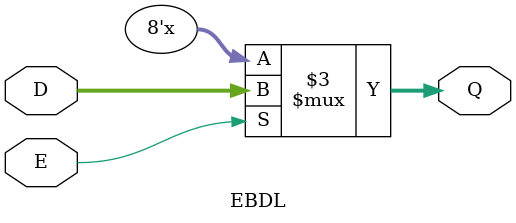
<source format=v>
module Storage(
        input [1:0]Select,
        input [7:0] D, 
        input E, 
        output [7:0] Q
    );
    
    reg [7:0] arr_Q[3:0];
    
    wire [7:0] arr_Output[3:0];
    
    reg arr_E[3:0];
    
    assign Q = arr_Output[Select];
    
    EBDL EBDL_1(
        .D(arr_Q[0]),
        .E(arr_E[0]),
        .Q(arr_Output[0])  
    );
    
    EBDL EBDL_2(
        .D(arr_Q[1]),
        .E(arr_E[1]),
        .Q(arr_Output[1])  
    );
    
    EBDL EBDL_3(
        .D(arr_Q[2]),
        .E(arr_E[2]),
        .Q(arr_Output[2])
    );
    
    EBDL EBDL_4(
        .D(arr_Q[3]),
        .E(arr_E[3]),
        .Q(arr_Output[3])
    );
    
    
    always @(*) begin
        case(Select)
            2'b00: {arr_Q[0], arr_Q[1], arr_Q[2], arr_Q[3]} <= {D, 8'b0, 8'b0, 8'b0};
            2'b01: {arr_Q[0], arr_Q[1], arr_Q[2], arr_Q[3]} <= {8'b0, D, 8'b0, 8'b0};
            2'b10: {arr_Q[0], arr_Q[1], arr_Q[2], arr_Q[3]} <= {8'b0, 8'b0, D, 8'b0};
            2'b11: {arr_Q[0], arr_Q[1], arr_Q[2], arr_Q[3]} <= {8'b0, 8'b0, 8'b0, D};
        endcase
        
        case(Select)
            2'b00: {arr_E[0], arr_E[1], arr_E[2], arr_E[3]} <= {E, 1'b0, 1'b0, 1'b0};
            2'b01: {arr_E[0], arr_E[1], arr_E[2], arr_E[3]} <= {1'b0, E, 1'b0, 1'b0};
            2'b10: {arr_E[0], arr_E[1], arr_E[2], arr_E[3]} <= {1'b0, 1'b0, E, 1'b0};
            2'b11: {arr_E[0], arr_E[1], arr_E[2], arr_E[3]} <= {1'b0, 1'b0, 1'b0, E};
        endcase
    end 
    
    
endmodule

module EBDL(
    input [7:0] D, 
    input E, 
    output reg [7:0] Q
);

always @(D, E) begin
        if(E)
            Q <= D;
        else 
            Q <= Q;     
    end 

endmodule
</source>
